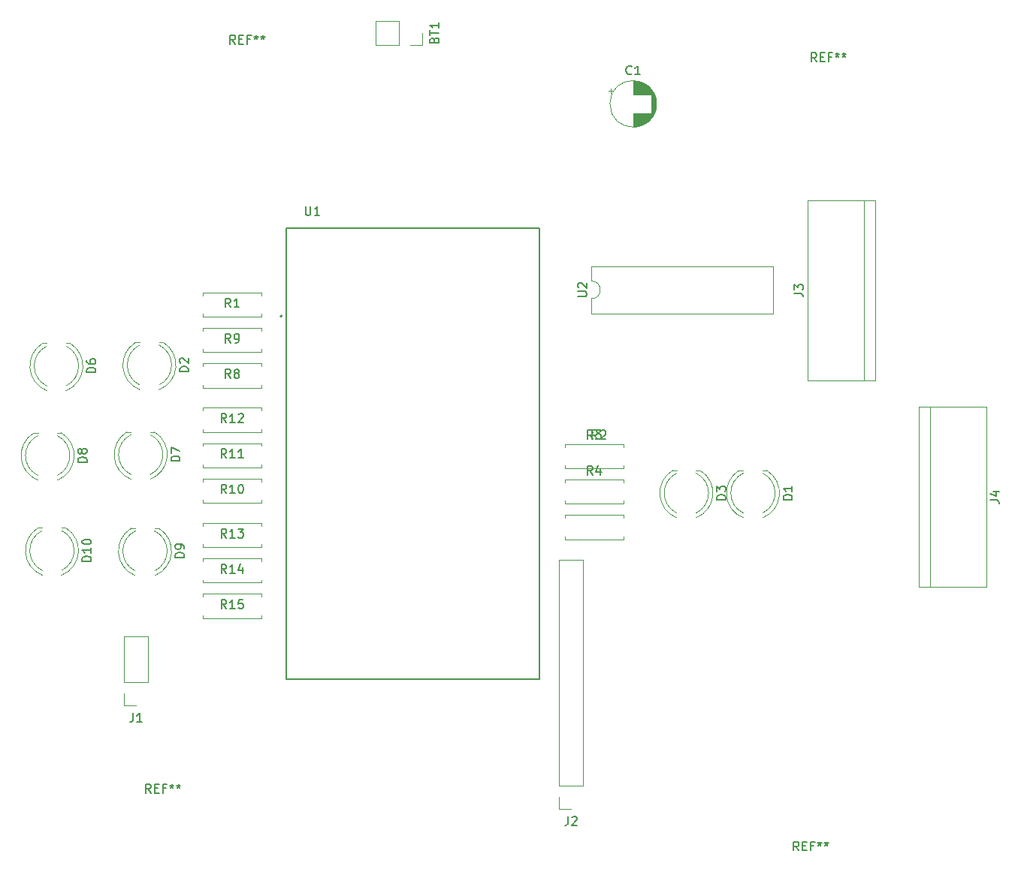
<source format=gbr>
%TF.GenerationSoftware,KiCad,Pcbnew,8.0.4*%
%TF.CreationDate,2024-09-12T05:22:36-05:00*%
%TF.ProjectId,Robt,526f6274-2e6b-4696-9361-645f70636258,rev?*%
%TF.SameCoordinates,Original*%
%TF.FileFunction,Legend,Top*%
%TF.FilePolarity,Positive*%
%FSLAX46Y46*%
G04 Gerber Fmt 4.6, Leading zero omitted, Abs format (unit mm)*
G04 Created by KiCad (PCBNEW 8.0.4) date 2024-09-12 05:22:36*
%MOMM*%
%LPD*%
G01*
G04 APERTURE LIST*
%ADD10C,0.150000*%
%ADD11C,0.120000*%
%ADD12C,0.127000*%
%ADD13C,0.200000*%
G04 APERTURE END LIST*
D10*
X130666666Y-125754819D02*
X130333333Y-125278628D01*
X130095238Y-125754819D02*
X130095238Y-124754819D01*
X130095238Y-124754819D02*
X130476190Y-124754819D01*
X130476190Y-124754819D02*
X130571428Y-124802438D01*
X130571428Y-124802438D02*
X130619047Y-124850057D01*
X130619047Y-124850057D02*
X130666666Y-124945295D01*
X130666666Y-124945295D02*
X130666666Y-125088152D01*
X130666666Y-125088152D02*
X130619047Y-125183390D01*
X130619047Y-125183390D02*
X130571428Y-125231009D01*
X130571428Y-125231009D02*
X130476190Y-125278628D01*
X130476190Y-125278628D02*
X130095238Y-125278628D01*
X131095238Y-125231009D02*
X131428571Y-125231009D01*
X131571428Y-125754819D02*
X131095238Y-125754819D01*
X131095238Y-125754819D02*
X131095238Y-124754819D01*
X131095238Y-124754819D02*
X131571428Y-124754819D01*
X132333333Y-125231009D02*
X132000000Y-125231009D01*
X132000000Y-125754819D02*
X132000000Y-124754819D01*
X132000000Y-124754819D02*
X132476190Y-124754819D01*
X133000000Y-124754819D02*
X133000000Y-124992914D01*
X132761905Y-124897676D02*
X133000000Y-124992914D01*
X133000000Y-124992914D02*
X133238095Y-124897676D01*
X132857143Y-125183390D02*
X133000000Y-124992914D01*
X133000000Y-124992914D02*
X133142857Y-125183390D01*
X133761905Y-124754819D02*
X133761905Y-124992914D01*
X133523810Y-124897676D02*
X133761905Y-124992914D01*
X133761905Y-124992914D02*
X134000000Y-124897676D01*
X133619048Y-125183390D02*
X133761905Y-124992914D01*
X133761905Y-124992914D02*
X133904762Y-125183390D01*
X205666666Y-43254819D02*
X205333333Y-42778628D01*
X205095238Y-43254819D02*
X205095238Y-42254819D01*
X205095238Y-42254819D02*
X205476190Y-42254819D01*
X205476190Y-42254819D02*
X205571428Y-42302438D01*
X205571428Y-42302438D02*
X205619047Y-42350057D01*
X205619047Y-42350057D02*
X205666666Y-42445295D01*
X205666666Y-42445295D02*
X205666666Y-42588152D01*
X205666666Y-42588152D02*
X205619047Y-42683390D01*
X205619047Y-42683390D02*
X205571428Y-42731009D01*
X205571428Y-42731009D02*
X205476190Y-42778628D01*
X205476190Y-42778628D02*
X205095238Y-42778628D01*
X206095238Y-42731009D02*
X206428571Y-42731009D01*
X206571428Y-43254819D02*
X206095238Y-43254819D01*
X206095238Y-43254819D02*
X206095238Y-42254819D01*
X206095238Y-42254819D02*
X206571428Y-42254819D01*
X207333333Y-42731009D02*
X207000000Y-42731009D01*
X207000000Y-43254819D02*
X207000000Y-42254819D01*
X207000000Y-42254819D02*
X207476190Y-42254819D01*
X208000000Y-42254819D02*
X208000000Y-42492914D01*
X207761905Y-42397676D02*
X208000000Y-42492914D01*
X208000000Y-42492914D02*
X208238095Y-42397676D01*
X207857143Y-42683390D02*
X208000000Y-42492914D01*
X208000000Y-42492914D02*
X208142857Y-42683390D01*
X208761905Y-42254819D02*
X208761905Y-42492914D01*
X208523810Y-42397676D02*
X208761905Y-42492914D01*
X208761905Y-42492914D02*
X209000000Y-42397676D01*
X208619048Y-42683390D02*
X208761905Y-42492914D01*
X208761905Y-42492914D02*
X208904762Y-42683390D01*
X203666666Y-132254819D02*
X203333333Y-131778628D01*
X203095238Y-132254819D02*
X203095238Y-131254819D01*
X203095238Y-131254819D02*
X203476190Y-131254819D01*
X203476190Y-131254819D02*
X203571428Y-131302438D01*
X203571428Y-131302438D02*
X203619047Y-131350057D01*
X203619047Y-131350057D02*
X203666666Y-131445295D01*
X203666666Y-131445295D02*
X203666666Y-131588152D01*
X203666666Y-131588152D02*
X203619047Y-131683390D01*
X203619047Y-131683390D02*
X203571428Y-131731009D01*
X203571428Y-131731009D02*
X203476190Y-131778628D01*
X203476190Y-131778628D02*
X203095238Y-131778628D01*
X204095238Y-131731009D02*
X204428571Y-131731009D01*
X204571428Y-132254819D02*
X204095238Y-132254819D01*
X204095238Y-132254819D02*
X204095238Y-131254819D01*
X204095238Y-131254819D02*
X204571428Y-131254819D01*
X205333333Y-131731009D02*
X205000000Y-131731009D01*
X205000000Y-132254819D02*
X205000000Y-131254819D01*
X205000000Y-131254819D02*
X205476190Y-131254819D01*
X206000000Y-131254819D02*
X206000000Y-131492914D01*
X205761905Y-131397676D02*
X206000000Y-131492914D01*
X206000000Y-131492914D02*
X206238095Y-131397676D01*
X205857143Y-131683390D02*
X206000000Y-131492914D01*
X206000000Y-131492914D02*
X206142857Y-131683390D01*
X206761905Y-131254819D02*
X206761905Y-131492914D01*
X206523810Y-131397676D02*
X206761905Y-131492914D01*
X206761905Y-131492914D02*
X207000000Y-131397676D01*
X206619048Y-131683390D02*
X206761905Y-131492914D01*
X206761905Y-131492914D02*
X206904762Y-131683390D01*
X140166666Y-41254819D02*
X139833333Y-40778628D01*
X139595238Y-41254819D02*
X139595238Y-40254819D01*
X139595238Y-40254819D02*
X139976190Y-40254819D01*
X139976190Y-40254819D02*
X140071428Y-40302438D01*
X140071428Y-40302438D02*
X140119047Y-40350057D01*
X140119047Y-40350057D02*
X140166666Y-40445295D01*
X140166666Y-40445295D02*
X140166666Y-40588152D01*
X140166666Y-40588152D02*
X140119047Y-40683390D01*
X140119047Y-40683390D02*
X140071428Y-40731009D01*
X140071428Y-40731009D02*
X139976190Y-40778628D01*
X139976190Y-40778628D02*
X139595238Y-40778628D01*
X140595238Y-40731009D02*
X140928571Y-40731009D01*
X141071428Y-41254819D02*
X140595238Y-41254819D01*
X140595238Y-41254819D02*
X140595238Y-40254819D01*
X140595238Y-40254819D02*
X141071428Y-40254819D01*
X141833333Y-40731009D02*
X141500000Y-40731009D01*
X141500000Y-41254819D02*
X141500000Y-40254819D01*
X141500000Y-40254819D02*
X141976190Y-40254819D01*
X142500000Y-40254819D02*
X142500000Y-40492914D01*
X142261905Y-40397676D02*
X142500000Y-40492914D01*
X142500000Y-40492914D02*
X142738095Y-40397676D01*
X142357143Y-40683390D02*
X142500000Y-40492914D01*
X142500000Y-40492914D02*
X142642857Y-40683390D01*
X143261905Y-40254819D02*
X143261905Y-40492914D01*
X143023810Y-40397676D02*
X143261905Y-40492914D01*
X143261905Y-40492914D02*
X143500000Y-40397676D01*
X143119048Y-40683390D02*
X143261905Y-40492914D01*
X143261905Y-40492914D02*
X143404762Y-40683390D01*
X184833333Y-44609580D02*
X184785714Y-44657200D01*
X184785714Y-44657200D02*
X184642857Y-44704819D01*
X184642857Y-44704819D02*
X184547619Y-44704819D01*
X184547619Y-44704819D02*
X184404762Y-44657200D01*
X184404762Y-44657200D02*
X184309524Y-44561961D01*
X184309524Y-44561961D02*
X184261905Y-44466723D01*
X184261905Y-44466723D02*
X184214286Y-44276247D01*
X184214286Y-44276247D02*
X184214286Y-44133390D01*
X184214286Y-44133390D02*
X184261905Y-43942914D01*
X184261905Y-43942914D02*
X184309524Y-43847676D01*
X184309524Y-43847676D02*
X184404762Y-43752438D01*
X184404762Y-43752438D02*
X184547619Y-43704819D01*
X184547619Y-43704819D02*
X184642857Y-43704819D01*
X184642857Y-43704819D02*
X184785714Y-43752438D01*
X184785714Y-43752438D02*
X184833333Y-43800057D01*
X185785714Y-44704819D02*
X185214286Y-44704819D01*
X185500000Y-44704819D02*
X185500000Y-43704819D01*
X185500000Y-43704819D02*
X185404762Y-43847676D01*
X185404762Y-43847676D02*
X185309524Y-43942914D01*
X185309524Y-43942914D02*
X185214286Y-43990533D01*
X178749819Y-69751904D02*
X179559342Y-69751904D01*
X179559342Y-69751904D02*
X179654580Y-69704285D01*
X179654580Y-69704285D02*
X179702200Y-69656666D01*
X179702200Y-69656666D02*
X179749819Y-69561428D01*
X179749819Y-69561428D02*
X179749819Y-69370952D01*
X179749819Y-69370952D02*
X179702200Y-69275714D01*
X179702200Y-69275714D02*
X179654580Y-69228095D01*
X179654580Y-69228095D02*
X179559342Y-69180476D01*
X179559342Y-69180476D02*
X178749819Y-69180476D01*
X178845057Y-68751904D02*
X178797438Y-68704285D01*
X178797438Y-68704285D02*
X178749819Y-68609047D01*
X178749819Y-68609047D02*
X178749819Y-68370952D01*
X178749819Y-68370952D02*
X178797438Y-68275714D01*
X178797438Y-68275714D02*
X178845057Y-68228095D01*
X178845057Y-68228095D02*
X178940295Y-68180476D01*
X178940295Y-68180476D02*
X179035533Y-68180476D01*
X179035533Y-68180476D02*
X179178390Y-68228095D01*
X179178390Y-68228095D02*
X179749819Y-68799523D01*
X179749819Y-68799523D02*
X179749819Y-68180476D01*
X139167142Y-104954819D02*
X138833809Y-104478628D01*
X138595714Y-104954819D02*
X138595714Y-103954819D01*
X138595714Y-103954819D02*
X138976666Y-103954819D01*
X138976666Y-103954819D02*
X139071904Y-104002438D01*
X139071904Y-104002438D02*
X139119523Y-104050057D01*
X139119523Y-104050057D02*
X139167142Y-104145295D01*
X139167142Y-104145295D02*
X139167142Y-104288152D01*
X139167142Y-104288152D02*
X139119523Y-104383390D01*
X139119523Y-104383390D02*
X139071904Y-104431009D01*
X139071904Y-104431009D02*
X138976666Y-104478628D01*
X138976666Y-104478628D02*
X138595714Y-104478628D01*
X140119523Y-104954819D02*
X139548095Y-104954819D01*
X139833809Y-104954819D02*
X139833809Y-103954819D01*
X139833809Y-103954819D02*
X139738571Y-104097676D01*
X139738571Y-104097676D02*
X139643333Y-104192914D01*
X139643333Y-104192914D02*
X139548095Y-104240533D01*
X141024285Y-103954819D02*
X140548095Y-103954819D01*
X140548095Y-103954819D02*
X140500476Y-104431009D01*
X140500476Y-104431009D02*
X140548095Y-104383390D01*
X140548095Y-104383390D02*
X140643333Y-104335771D01*
X140643333Y-104335771D02*
X140881428Y-104335771D01*
X140881428Y-104335771D02*
X140976666Y-104383390D01*
X140976666Y-104383390D02*
X141024285Y-104431009D01*
X141024285Y-104431009D02*
X141071904Y-104526247D01*
X141071904Y-104526247D02*
X141071904Y-104764342D01*
X141071904Y-104764342D02*
X141024285Y-104859580D01*
X141024285Y-104859580D02*
X140976666Y-104907200D01*
X140976666Y-104907200D02*
X140881428Y-104954819D01*
X140881428Y-104954819D02*
X140643333Y-104954819D01*
X140643333Y-104954819D02*
X140548095Y-104907200D01*
X140548095Y-104907200D02*
X140500476Y-104859580D01*
X139167142Y-100954819D02*
X138833809Y-100478628D01*
X138595714Y-100954819D02*
X138595714Y-99954819D01*
X138595714Y-99954819D02*
X138976666Y-99954819D01*
X138976666Y-99954819D02*
X139071904Y-100002438D01*
X139071904Y-100002438D02*
X139119523Y-100050057D01*
X139119523Y-100050057D02*
X139167142Y-100145295D01*
X139167142Y-100145295D02*
X139167142Y-100288152D01*
X139167142Y-100288152D02*
X139119523Y-100383390D01*
X139119523Y-100383390D02*
X139071904Y-100431009D01*
X139071904Y-100431009D02*
X138976666Y-100478628D01*
X138976666Y-100478628D02*
X138595714Y-100478628D01*
X140119523Y-100954819D02*
X139548095Y-100954819D01*
X139833809Y-100954819D02*
X139833809Y-99954819D01*
X139833809Y-99954819D02*
X139738571Y-100097676D01*
X139738571Y-100097676D02*
X139643333Y-100192914D01*
X139643333Y-100192914D02*
X139548095Y-100240533D01*
X140976666Y-100288152D02*
X140976666Y-100954819D01*
X140738571Y-99907200D02*
X140500476Y-100621485D01*
X140500476Y-100621485D02*
X141119523Y-100621485D01*
X139167142Y-96954819D02*
X138833809Y-96478628D01*
X138595714Y-96954819D02*
X138595714Y-95954819D01*
X138595714Y-95954819D02*
X138976666Y-95954819D01*
X138976666Y-95954819D02*
X139071904Y-96002438D01*
X139071904Y-96002438D02*
X139119523Y-96050057D01*
X139119523Y-96050057D02*
X139167142Y-96145295D01*
X139167142Y-96145295D02*
X139167142Y-96288152D01*
X139167142Y-96288152D02*
X139119523Y-96383390D01*
X139119523Y-96383390D02*
X139071904Y-96431009D01*
X139071904Y-96431009D02*
X138976666Y-96478628D01*
X138976666Y-96478628D02*
X138595714Y-96478628D01*
X140119523Y-96954819D02*
X139548095Y-96954819D01*
X139833809Y-96954819D02*
X139833809Y-95954819D01*
X139833809Y-95954819D02*
X139738571Y-96097676D01*
X139738571Y-96097676D02*
X139643333Y-96192914D01*
X139643333Y-96192914D02*
X139548095Y-96240533D01*
X140452857Y-95954819D02*
X141071904Y-95954819D01*
X141071904Y-95954819D02*
X140738571Y-96335771D01*
X140738571Y-96335771D02*
X140881428Y-96335771D01*
X140881428Y-96335771D02*
X140976666Y-96383390D01*
X140976666Y-96383390D02*
X141024285Y-96431009D01*
X141024285Y-96431009D02*
X141071904Y-96526247D01*
X141071904Y-96526247D02*
X141071904Y-96764342D01*
X141071904Y-96764342D02*
X141024285Y-96859580D01*
X141024285Y-96859580D02*
X140976666Y-96907200D01*
X140976666Y-96907200D02*
X140881428Y-96954819D01*
X140881428Y-96954819D02*
X140595714Y-96954819D01*
X140595714Y-96954819D02*
X140500476Y-96907200D01*
X140500476Y-96907200D02*
X140452857Y-96859580D01*
X139167142Y-83954819D02*
X138833809Y-83478628D01*
X138595714Y-83954819D02*
X138595714Y-82954819D01*
X138595714Y-82954819D02*
X138976666Y-82954819D01*
X138976666Y-82954819D02*
X139071904Y-83002438D01*
X139071904Y-83002438D02*
X139119523Y-83050057D01*
X139119523Y-83050057D02*
X139167142Y-83145295D01*
X139167142Y-83145295D02*
X139167142Y-83288152D01*
X139167142Y-83288152D02*
X139119523Y-83383390D01*
X139119523Y-83383390D02*
X139071904Y-83431009D01*
X139071904Y-83431009D02*
X138976666Y-83478628D01*
X138976666Y-83478628D02*
X138595714Y-83478628D01*
X140119523Y-83954819D02*
X139548095Y-83954819D01*
X139833809Y-83954819D02*
X139833809Y-82954819D01*
X139833809Y-82954819D02*
X139738571Y-83097676D01*
X139738571Y-83097676D02*
X139643333Y-83192914D01*
X139643333Y-83192914D02*
X139548095Y-83240533D01*
X140500476Y-83050057D02*
X140548095Y-83002438D01*
X140548095Y-83002438D02*
X140643333Y-82954819D01*
X140643333Y-82954819D02*
X140881428Y-82954819D01*
X140881428Y-82954819D02*
X140976666Y-83002438D01*
X140976666Y-83002438D02*
X141024285Y-83050057D01*
X141024285Y-83050057D02*
X141071904Y-83145295D01*
X141071904Y-83145295D02*
X141071904Y-83240533D01*
X141071904Y-83240533D02*
X141024285Y-83383390D01*
X141024285Y-83383390D02*
X140452857Y-83954819D01*
X140452857Y-83954819D02*
X141071904Y-83954819D01*
X139167142Y-87954819D02*
X138833809Y-87478628D01*
X138595714Y-87954819D02*
X138595714Y-86954819D01*
X138595714Y-86954819D02*
X138976666Y-86954819D01*
X138976666Y-86954819D02*
X139071904Y-87002438D01*
X139071904Y-87002438D02*
X139119523Y-87050057D01*
X139119523Y-87050057D02*
X139167142Y-87145295D01*
X139167142Y-87145295D02*
X139167142Y-87288152D01*
X139167142Y-87288152D02*
X139119523Y-87383390D01*
X139119523Y-87383390D02*
X139071904Y-87431009D01*
X139071904Y-87431009D02*
X138976666Y-87478628D01*
X138976666Y-87478628D02*
X138595714Y-87478628D01*
X140119523Y-87954819D02*
X139548095Y-87954819D01*
X139833809Y-87954819D02*
X139833809Y-86954819D01*
X139833809Y-86954819D02*
X139738571Y-87097676D01*
X139738571Y-87097676D02*
X139643333Y-87192914D01*
X139643333Y-87192914D02*
X139548095Y-87240533D01*
X141071904Y-87954819D02*
X140500476Y-87954819D01*
X140786190Y-87954819D02*
X140786190Y-86954819D01*
X140786190Y-86954819D02*
X140690952Y-87097676D01*
X140690952Y-87097676D02*
X140595714Y-87192914D01*
X140595714Y-87192914D02*
X140500476Y-87240533D01*
X139167142Y-91954819D02*
X138833809Y-91478628D01*
X138595714Y-91954819D02*
X138595714Y-90954819D01*
X138595714Y-90954819D02*
X138976666Y-90954819D01*
X138976666Y-90954819D02*
X139071904Y-91002438D01*
X139071904Y-91002438D02*
X139119523Y-91050057D01*
X139119523Y-91050057D02*
X139167142Y-91145295D01*
X139167142Y-91145295D02*
X139167142Y-91288152D01*
X139167142Y-91288152D02*
X139119523Y-91383390D01*
X139119523Y-91383390D02*
X139071904Y-91431009D01*
X139071904Y-91431009D02*
X138976666Y-91478628D01*
X138976666Y-91478628D02*
X138595714Y-91478628D01*
X140119523Y-91954819D02*
X139548095Y-91954819D01*
X139833809Y-91954819D02*
X139833809Y-90954819D01*
X139833809Y-90954819D02*
X139738571Y-91097676D01*
X139738571Y-91097676D02*
X139643333Y-91192914D01*
X139643333Y-91192914D02*
X139548095Y-91240533D01*
X140738571Y-90954819D02*
X140833809Y-90954819D01*
X140833809Y-90954819D02*
X140929047Y-91002438D01*
X140929047Y-91002438D02*
X140976666Y-91050057D01*
X140976666Y-91050057D02*
X141024285Y-91145295D01*
X141024285Y-91145295D02*
X141071904Y-91335771D01*
X141071904Y-91335771D02*
X141071904Y-91573866D01*
X141071904Y-91573866D02*
X141024285Y-91764342D01*
X141024285Y-91764342D02*
X140976666Y-91859580D01*
X140976666Y-91859580D02*
X140929047Y-91907200D01*
X140929047Y-91907200D02*
X140833809Y-91954819D01*
X140833809Y-91954819D02*
X140738571Y-91954819D01*
X140738571Y-91954819D02*
X140643333Y-91907200D01*
X140643333Y-91907200D02*
X140595714Y-91859580D01*
X140595714Y-91859580D02*
X140548095Y-91764342D01*
X140548095Y-91764342D02*
X140500476Y-91573866D01*
X140500476Y-91573866D02*
X140500476Y-91335771D01*
X140500476Y-91335771D02*
X140548095Y-91145295D01*
X140548095Y-91145295D02*
X140595714Y-91050057D01*
X140595714Y-91050057D02*
X140643333Y-91002438D01*
X140643333Y-91002438D02*
X140738571Y-90954819D01*
X139643333Y-74954819D02*
X139310000Y-74478628D01*
X139071905Y-74954819D02*
X139071905Y-73954819D01*
X139071905Y-73954819D02*
X139452857Y-73954819D01*
X139452857Y-73954819D02*
X139548095Y-74002438D01*
X139548095Y-74002438D02*
X139595714Y-74050057D01*
X139595714Y-74050057D02*
X139643333Y-74145295D01*
X139643333Y-74145295D02*
X139643333Y-74288152D01*
X139643333Y-74288152D02*
X139595714Y-74383390D01*
X139595714Y-74383390D02*
X139548095Y-74431009D01*
X139548095Y-74431009D02*
X139452857Y-74478628D01*
X139452857Y-74478628D02*
X139071905Y-74478628D01*
X140119524Y-74954819D02*
X140310000Y-74954819D01*
X140310000Y-74954819D02*
X140405238Y-74907200D01*
X140405238Y-74907200D02*
X140452857Y-74859580D01*
X140452857Y-74859580D02*
X140548095Y-74716723D01*
X140548095Y-74716723D02*
X140595714Y-74526247D01*
X140595714Y-74526247D02*
X140595714Y-74145295D01*
X140595714Y-74145295D02*
X140548095Y-74050057D01*
X140548095Y-74050057D02*
X140500476Y-74002438D01*
X140500476Y-74002438D02*
X140405238Y-73954819D01*
X140405238Y-73954819D02*
X140214762Y-73954819D01*
X140214762Y-73954819D02*
X140119524Y-74002438D01*
X140119524Y-74002438D02*
X140071905Y-74050057D01*
X140071905Y-74050057D02*
X140024286Y-74145295D01*
X140024286Y-74145295D02*
X140024286Y-74383390D01*
X140024286Y-74383390D02*
X140071905Y-74478628D01*
X140071905Y-74478628D02*
X140119524Y-74526247D01*
X140119524Y-74526247D02*
X140214762Y-74573866D01*
X140214762Y-74573866D02*
X140405238Y-74573866D01*
X140405238Y-74573866D02*
X140500476Y-74526247D01*
X140500476Y-74526247D02*
X140548095Y-74478628D01*
X140548095Y-74478628D02*
X140595714Y-74383390D01*
X139643333Y-78954819D02*
X139310000Y-78478628D01*
X139071905Y-78954819D02*
X139071905Y-77954819D01*
X139071905Y-77954819D02*
X139452857Y-77954819D01*
X139452857Y-77954819D02*
X139548095Y-78002438D01*
X139548095Y-78002438D02*
X139595714Y-78050057D01*
X139595714Y-78050057D02*
X139643333Y-78145295D01*
X139643333Y-78145295D02*
X139643333Y-78288152D01*
X139643333Y-78288152D02*
X139595714Y-78383390D01*
X139595714Y-78383390D02*
X139548095Y-78431009D01*
X139548095Y-78431009D02*
X139452857Y-78478628D01*
X139452857Y-78478628D02*
X139071905Y-78478628D01*
X140214762Y-78383390D02*
X140119524Y-78335771D01*
X140119524Y-78335771D02*
X140071905Y-78288152D01*
X140071905Y-78288152D02*
X140024286Y-78192914D01*
X140024286Y-78192914D02*
X140024286Y-78145295D01*
X140024286Y-78145295D02*
X140071905Y-78050057D01*
X140071905Y-78050057D02*
X140119524Y-78002438D01*
X140119524Y-78002438D02*
X140214762Y-77954819D01*
X140214762Y-77954819D02*
X140405238Y-77954819D01*
X140405238Y-77954819D02*
X140500476Y-78002438D01*
X140500476Y-78002438D02*
X140548095Y-78050057D01*
X140548095Y-78050057D02*
X140595714Y-78145295D01*
X140595714Y-78145295D02*
X140595714Y-78192914D01*
X140595714Y-78192914D02*
X140548095Y-78288152D01*
X140548095Y-78288152D02*
X140500476Y-78335771D01*
X140500476Y-78335771D02*
X140405238Y-78383390D01*
X140405238Y-78383390D02*
X140214762Y-78383390D01*
X140214762Y-78383390D02*
X140119524Y-78431009D01*
X140119524Y-78431009D02*
X140071905Y-78478628D01*
X140071905Y-78478628D02*
X140024286Y-78573866D01*
X140024286Y-78573866D02*
X140024286Y-78764342D01*
X140024286Y-78764342D02*
X140071905Y-78859580D01*
X140071905Y-78859580D02*
X140119524Y-78907200D01*
X140119524Y-78907200D02*
X140214762Y-78954819D01*
X140214762Y-78954819D02*
X140405238Y-78954819D01*
X140405238Y-78954819D02*
X140500476Y-78907200D01*
X140500476Y-78907200D02*
X140548095Y-78859580D01*
X140548095Y-78859580D02*
X140595714Y-78764342D01*
X140595714Y-78764342D02*
X140595714Y-78573866D01*
X140595714Y-78573866D02*
X140548095Y-78478628D01*
X140548095Y-78478628D02*
X140500476Y-78431009D01*
X140500476Y-78431009D02*
X140405238Y-78383390D01*
X180443333Y-89844819D02*
X180110000Y-89368628D01*
X179871905Y-89844819D02*
X179871905Y-88844819D01*
X179871905Y-88844819D02*
X180252857Y-88844819D01*
X180252857Y-88844819D02*
X180348095Y-88892438D01*
X180348095Y-88892438D02*
X180395714Y-88940057D01*
X180395714Y-88940057D02*
X180443333Y-89035295D01*
X180443333Y-89035295D02*
X180443333Y-89178152D01*
X180443333Y-89178152D02*
X180395714Y-89273390D01*
X180395714Y-89273390D02*
X180348095Y-89321009D01*
X180348095Y-89321009D02*
X180252857Y-89368628D01*
X180252857Y-89368628D02*
X179871905Y-89368628D01*
X181300476Y-89178152D02*
X181300476Y-89844819D01*
X181062381Y-88797200D02*
X180824286Y-89511485D01*
X180824286Y-89511485D02*
X181443333Y-89511485D01*
X180443333Y-85844819D02*
X180110000Y-85368628D01*
X179871905Y-85844819D02*
X179871905Y-84844819D01*
X179871905Y-84844819D02*
X180252857Y-84844819D01*
X180252857Y-84844819D02*
X180348095Y-84892438D01*
X180348095Y-84892438D02*
X180395714Y-84940057D01*
X180395714Y-84940057D02*
X180443333Y-85035295D01*
X180443333Y-85035295D02*
X180443333Y-85178152D01*
X180443333Y-85178152D02*
X180395714Y-85273390D01*
X180395714Y-85273390D02*
X180348095Y-85321009D01*
X180348095Y-85321009D02*
X180252857Y-85368628D01*
X180252857Y-85368628D02*
X179871905Y-85368628D01*
X180776667Y-84844819D02*
X181395714Y-84844819D01*
X181395714Y-84844819D02*
X181062381Y-85225771D01*
X181062381Y-85225771D02*
X181205238Y-85225771D01*
X181205238Y-85225771D02*
X181300476Y-85273390D01*
X181300476Y-85273390D02*
X181348095Y-85321009D01*
X181348095Y-85321009D02*
X181395714Y-85416247D01*
X181395714Y-85416247D02*
X181395714Y-85654342D01*
X181395714Y-85654342D02*
X181348095Y-85749580D01*
X181348095Y-85749580D02*
X181300476Y-85797200D01*
X181300476Y-85797200D02*
X181205238Y-85844819D01*
X181205238Y-85844819D02*
X180919524Y-85844819D01*
X180919524Y-85844819D02*
X180824286Y-85797200D01*
X180824286Y-85797200D02*
X180776667Y-85749580D01*
X180943333Y-85844819D02*
X180610000Y-85368628D01*
X180371905Y-85844819D02*
X180371905Y-84844819D01*
X180371905Y-84844819D02*
X180752857Y-84844819D01*
X180752857Y-84844819D02*
X180848095Y-84892438D01*
X180848095Y-84892438D02*
X180895714Y-84940057D01*
X180895714Y-84940057D02*
X180943333Y-85035295D01*
X180943333Y-85035295D02*
X180943333Y-85178152D01*
X180943333Y-85178152D02*
X180895714Y-85273390D01*
X180895714Y-85273390D02*
X180848095Y-85321009D01*
X180848095Y-85321009D02*
X180752857Y-85368628D01*
X180752857Y-85368628D02*
X180371905Y-85368628D01*
X181324286Y-84940057D02*
X181371905Y-84892438D01*
X181371905Y-84892438D02*
X181467143Y-84844819D01*
X181467143Y-84844819D02*
X181705238Y-84844819D01*
X181705238Y-84844819D02*
X181800476Y-84892438D01*
X181800476Y-84892438D02*
X181848095Y-84940057D01*
X181848095Y-84940057D02*
X181895714Y-85035295D01*
X181895714Y-85035295D02*
X181895714Y-85130533D01*
X181895714Y-85130533D02*
X181848095Y-85273390D01*
X181848095Y-85273390D02*
X181276667Y-85844819D01*
X181276667Y-85844819D02*
X181895714Y-85844819D01*
X139643333Y-70954819D02*
X139310000Y-70478628D01*
X139071905Y-70954819D02*
X139071905Y-69954819D01*
X139071905Y-69954819D02*
X139452857Y-69954819D01*
X139452857Y-69954819D02*
X139548095Y-70002438D01*
X139548095Y-70002438D02*
X139595714Y-70050057D01*
X139595714Y-70050057D02*
X139643333Y-70145295D01*
X139643333Y-70145295D02*
X139643333Y-70288152D01*
X139643333Y-70288152D02*
X139595714Y-70383390D01*
X139595714Y-70383390D02*
X139548095Y-70431009D01*
X139548095Y-70431009D02*
X139452857Y-70478628D01*
X139452857Y-70478628D02*
X139071905Y-70478628D01*
X140595714Y-70954819D02*
X140024286Y-70954819D01*
X140310000Y-70954819D02*
X140310000Y-69954819D01*
X140310000Y-69954819D02*
X140214762Y-70097676D01*
X140214762Y-70097676D02*
X140119524Y-70192914D01*
X140119524Y-70192914D02*
X140024286Y-70240533D01*
X225254819Y-92693333D02*
X225969104Y-92693333D01*
X225969104Y-92693333D02*
X226111961Y-92740952D01*
X226111961Y-92740952D02*
X226207200Y-92836190D01*
X226207200Y-92836190D02*
X226254819Y-92979047D01*
X226254819Y-92979047D02*
X226254819Y-93074285D01*
X225588152Y-91788571D02*
X226254819Y-91788571D01*
X225207200Y-92026666D02*
X225921485Y-92264761D01*
X225921485Y-92264761D02*
X225921485Y-91645714D01*
X203154819Y-69393333D02*
X203869104Y-69393333D01*
X203869104Y-69393333D02*
X204011961Y-69440952D01*
X204011961Y-69440952D02*
X204107200Y-69536190D01*
X204107200Y-69536190D02*
X204154819Y-69679047D01*
X204154819Y-69679047D02*
X204154819Y-69774285D01*
X203154819Y-69012380D02*
X203154819Y-68393333D01*
X203154819Y-68393333D02*
X203535771Y-68726666D01*
X203535771Y-68726666D02*
X203535771Y-68583809D01*
X203535771Y-68583809D02*
X203583390Y-68488571D01*
X203583390Y-68488571D02*
X203631009Y-68440952D01*
X203631009Y-68440952D02*
X203726247Y-68393333D01*
X203726247Y-68393333D02*
X203964342Y-68393333D01*
X203964342Y-68393333D02*
X204059580Y-68440952D01*
X204059580Y-68440952D02*
X204107200Y-68488571D01*
X204107200Y-68488571D02*
X204154819Y-68583809D01*
X204154819Y-68583809D02*
X204154819Y-68869523D01*
X204154819Y-68869523D02*
X204107200Y-68964761D01*
X204107200Y-68964761D02*
X204059580Y-69012380D01*
X177666666Y-128424819D02*
X177666666Y-129139104D01*
X177666666Y-129139104D02*
X177619047Y-129281961D01*
X177619047Y-129281961D02*
X177523809Y-129377200D01*
X177523809Y-129377200D02*
X177380952Y-129424819D01*
X177380952Y-129424819D02*
X177285714Y-129424819D01*
X178095238Y-128520057D02*
X178142857Y-128472438D01*
X178142857Y-128472438D02*
X178238095Y-128424819D01*
X178238095Y-128424819D02*
X178476190Y-128424819D01*
X178476190Y-128424819D02*
X178571428Y-128472438D01*
X178571428Y-128472438D02*
X178619047Y-128520057D01*
X178619047Y-128520057D02*
X178666666Y-128615295D01*
X178666666Y-128615295D02*
X178666666Y-128710533D01*
X178666666Y-128710533D02*
X178619047Y-128853390D01*
X178619047Y-128853390D02*
X178047619Y-129424819D01*
X178047619Y-129424819D02*
X178666666Y-129424819D01*
X128641666Y-116749819D02*
X128641666Y-117464104D01*
X128641666Y-117464104D02*
X128594047Y-117606961D01*
X128594047Y-117606961D02*
X128498809Y-117702200D01*
X128498809Y-117702200D02*
X128355952Y-117749819D01*
X128355952Y-117749819D02*
X128260714Y-117749819D01*
X129641666Y-117749819D02*
X129070238Y-117749819D01*
X129355952Y-117749819D02*
X129355952Y-116749819D01*
X129355952Y-116749819D02*
X129260714Y-116892676D01*
X129260714Y-116892676D02*
X129165476Y-116987914D01*
X129165476Y-116987914D02*
X129070238Y-117035533D01*
X123914819Y-99611785D02*
X122914819Y-99611785D01*
X122914819Y-99611785D02*
X122914819Y-99373690D01*
X122914819Y-99373690D02*
X122962438Y-99230833D01*
X122962438Y-99230833D02*
X123057676Y-99135595D01*
X123057676Y-99135595D02*
X123152914Y-99087976D01*
X123152914Y-99087976D02*
X123343390Y-99040357D01*
X123343390Y-99040357D02*
X123486247Y-99040357D01*
X123486247Y-99040357D02*
X123676723Y-99087976D01*
X123676723Y-99087976D02*
X123771961Y-99135595D01*
X123771961Y-99135595D02*
X123867200Y-99230833D01*
X123867200Y-99230833D02*
X123914819Y-99373690D01*
X123914819Y-99373690D02*
X123914819Y-99611785D01*
X123914819Y-98087976D02*
X123914819Y-98659404D01*
X123914819Y-98373690D02*
X122914819Y-98373690D01*
X122914819Y-98373690D02*
X123057676Y-98468928D01*
X123057676Y-98468928D02*
X123152914Y-98564166D01*
X123152914Y-98564166D02*
X123200533Y-98659404D01*
X122914819Y-97468928D02*
X122914819Y-97373690D01*
X122914819Y-97373690D02*
X122962438Y-97278452D01*
X122962438Y-97278452D02*
X123010057Y-97230833D01*
X123010057Y-97230833D02*
X123105295Y-97183214D01*
X123105295Y-97183214D02*
X123295771Y-97135595D01*
X123295771Y-97135595D02*
X123533866Y-97135595D01*
X123533866Y-97135595D02*
X123724342Y-97183214D01*
X123724342Y-97183214D02*
X123819580Y-97230833D01*
X123819580Y-97230833D02*
X123867200Y-97278452D01*
X123867200Y-97278452D02*
X123914819Y-97373690D01*
X123914819Y-97373690D02*
X123914819Y-97468928D01*
X123914819Y-97468928D02*
X123867200Y-97564166D01*
X123867200Y-97564166D02*
X123819580Y-97611785D01*
X123819580Y-97611785D02*
X123724342Y-97659404D01*
X123724342Y-97659404D02*
X123533866Y-97707023D01*
X123533866Y-97707023D02*
X123295771Y-97707023D01*
X123295771Y-97707023D02*
X123105295Y-97659404D01*
X123105295Y-97659404D02*
X123010057Y-97611785D01*
X123010057Y-97611785D02*
X122962438Y-97564166D01*
X122962438Y-97564166D02*
X122914819Y-97468928D01*
X134399819Y-99187594D02*
X133399819Y-99187594D01*
X133399819Y-99187594D02*
X133399819Y-98949499D01*
X133399819Y-98949499D02*
X133447438Y-98806642D01*
X133447438Y-98806642D02*
X133542676Y-98711404D01*
X133542676Y-98711404D02*
X133637914Y-98663785D01*
X133637914Y-98663785D02*
X133828390Y-98616166D01*
X133828390Y-98616166D02*
X133971247Y-98616166D01*
X133971247Y-98616166D02*
X134161723Y-98663785D01*
X134161723Y-98663785D02*
X134256961Y-98711404D01*
X134256961Y-98711404D02*
X134352200Y-98806642D01*
X134352200Y-98806642D02*
X134399819Y-98949499D01*
X134399819Y-98949499D02*
X134399819Y-99187594D01*
X134399819Y-98139975D02*
X134399819Y-97949499D01*
X134399819Y-97949499D02*
X134352200Y-97854261D01*
X134352200Y-97854261D02*
X134304580Y-97806642D01*
X134304580Y-97806642D02*
X134161723Y-97711404D01*
X134161723Y-97711404D02*
X133971247Y-97663785D01*
X133971247Y-97663785D02*
X133590295Y-97663785D01*
X133590295Y-97663785D02*
X133495057Y-97711404D01*
X133495057Y-97711404D02*
X133447438Y-97759023D01*
X133447438Y-97759023D02*
X133399819Y-97854261D01*
X133399819Y-97854261D02*
X133399819Y-98044737D01*
X133399819Y-98044737D02*
X133447438Y-98139975D01*
X133447438Y-98139975D02*
X133495057Y-98187594D01*
X133495057Y-98187594D02*
X133590295Y-98235213D01*
X133590295Y-98235213D02*
X133828390Y-98235213D01*
X133828390Y-98235213D02*
X133923628Y-98187594D01*
X133923628Y-98187594D02*
X133971247Y-98139975D01*
X133971247Y-98139975D02*
X134018866Y-98044737D01*
X134018866Y-98044737D02*
X134018866Y-97854261D01*
X134018866Y-97854261D02*
X133971247Y-97759023D01*
X133971247Y-97759023D02*
X133923628Y-97711404D01*
X133923628Y-97711404D02*
X133828390Y-97663785D01*
X123429819Y-88424594D02*
X122429819Y-88424594D01*
X122429819Y-88424594D02*
X122429819Y-88186499D01*
X122429819Y-88186499D02*
X122477438Y-88043642D01*
X122477438Y-88043642D02*
X122572676Y-87948404D01*
X122572676Y-87948404D02*
X122667914Y-87900785D01*
X122667914Y-87900785D02*
X122858390Y-87853166D01*
X122858390Y-87853166D02*
X123001247Y-87853166D01*
X123001247Y-87853166D02*
X123191723Y-87900785D01*
X123191723Y-87900785D02*
X123286961Y-87948404D01*
X123286961Y-87948404D02*
X123382200Y-88043642D01*
X123382200Y-88043642D02*
X123429819Y-88186499D01*
X123429819Y-88186499D02*
X123429819Y-88424594D01*
X122858390Y-87281737D02*
X122810771Y-87376975D01*
X122810771Y-87376975D02*
X122763152Y-87424594D01*
X122763152Y-87424594D02*
X122667914Y-87472213D01*
X122667914Y-87472213D02*
X122620295Y-87472213D01*
X122620295Y-87472213D02*
X122525057Y-87424594D01*
X122525057Y-87424594D02*
X122477438Y-87376975D01*
X122477438Y-87376975D02*
X122429819Y-87281737D01*
X122429819Y-87281737D02*
X122429819Y-87091261D01*
X122429819Y-87091261D02*
X122477438Y-86996023D01*
X122477438Y-86996023D02*
X122525057Y-86948404D01*
X122525057Y-86948404D02*
X122620295Y-86900785D01*
X122620295Y-86900785D02*
X122667914Y-86900785D01*
X122667914Y-86900785D02*
X122763152Y-86948404D01*
X122763152Y-86948404D02*
X122810771Y-86996023D01*
X122810771Y-86996023D02*
X122858390Y-87091261D01*
X122858390Y-87091261D02*
X122858390Y-87281737D01*
X122858390Y-87281737D02*
X122906009Y-87376975D01*
X122906009Y-87376975D02*
X122953628Y-87424594D01*
X122953628Y-87424594D02*
X123048866Y-87472213D01*
X123048866Y-87472213D02*
X123239342Y-87472213D01*
X123239342Y-87472213D02*
X123334580Y-87424594D01*
X123334580Y-87424594D02*
X123382200Y-87376975D01*
X123382200Y-87376975D02*
X123429819Y-87281737D01*
X123429819Y-87281737D02*
X123429819Y-87091261D01*
X123429819Y-87091261D02*
X123382200Y-86996023D01*
X123382200Y-86996023D02*
X123334580Y-86948404D01*
X123334580Y-86948404D02*
X123239342Y-86900785D01*
X123239342Y-86900785D02*
X123048866Y-86900785D01*
X123048866Y-86900785D02*
X122953628Y-86948404D01*
X122953628Y-86948404D02*
X122906009Y-86996023D01*
X122906009Y-86996023D02*
X122858390Y-87091261D01*
X133914819Y-88317594D02*
X132914819Y-88317594D01*
X132914819Y-88317594D02*
X132914819Y-88079499D01*
X132914819Y-88079499D02*
X132962438Y-87936642D01*
X132962438Y-87936642D02*
X133057676Y-87841404D01*
X133057676Y-87841404D02*
X133152914Y-87793785D01*
X133152914Y-87793785D02*
X133343390Y-87746166D01*
X133343390Y-87746166D02*
X133486247Y-87746166D01*
X133486247Y-87746166D02*
X133676723Y-87793785D01*
X133676723Y-87793785D02*
X133771961Y-87841404D01*
X133771961Y-87841404D02*
X133867200Y-87936642D01*
X133867200Y-87936642D02*
X133914819Y-88079499D01*
X133914819Y-88079499D02*
X133914819Y-88317594D01*
X132914819Y-87412832D02*
X132914819Y-86746166D01*
X132914819Y-86746166D02*
X133914819Y-87174737D01*
X124414819Y-78317594D02*
X123414819Y-78317594D01*
X123414819Y-78317594D02*
X123414819Y-78079499D01*
X123414819Y-78079499D02*
X123462438Y-77936642D01*
X123462438Y-77936642D02*
X123557676Y-77841404D01*
X123557676Y-77841404D02*
X123652914Y-77793785D01*
X123652914Y-77793785D02*
X123843390Y-77746166D01*
X123843390Y-77746166D02*
X123986247Y-77746166D01*
X123986247Y-77746166D02*
X124176723Y-77793785D01*
X124176723Y-77793785D02*
X124271961Y-77841404D01*
X124271961Y-77841404D02*
X124367200Y-77936642D01*
X124367200Y-77936642D02*
X124414819Y-78079499D01*
X124414819Y-78079499D02*
X124414819Y-78317594D01*
X123414819Y-76889023D02*
X123414819Y-77079499D01*
X123414819Y-77079499D02*
X123462438Y-77174737D01*
X123462438Y-77174737D02*
X123510057Y-77222356D01*
X123510057Y-77222356D02*
X123652914Y-77317594D01*
X123652914Y-77317594D02*
X123843390Y-77365213D01*
X123843390Y-77365213D02*
X124224342Y-77365213D01*
X124224342Y-77365213D02*
X124319580Y-77317594D01*
X124319580Y-77317594D02*
X124367200Y-77269975D01*
X124367200Y-77269975D02*
X124414819Y-77174737D01*
X124414819Y-77174737D02*
X124414819Y-76984261D01*
X124414819Y-76984261D02*
X124367200Y-76889023D01*
X124367200Y-76889023D02*
X124319580Y-76841404D01*
X124319580Y-76841404D02*
X124224342Y-76793785D01*
X124224342Y-76793785D02*
X123986247Y-76793785D01*
X123986247Y-76793785D02*
X123891009Y-76841404D01*
X123891009Y-76841404D02*
X123843390Y-76889023D01*
X123843390Y-76889023D02*
X123795771Y-76984261D01*
X123795771Y-76984261D02*
X123795771Y-77174737D01*
X123795771Y-77174737D02*
X123843390Y-77269975D01*
X123843390Y-77269975D02*
X123891009Y-77317594D01*
X123891009Y-77317594D02*
X123986247Y-77365213D01*
X195414819Y-92658594D02*
X194414819Y-92658594D01*
X194414819Y-92658594D02*
X194414819Y-92420499D01*
X194414819Y-92420499D02*
X194462438Y-92277642D01*
X194462438Y-92277642D02*
X194557676Y-92182404D01*
X194557676Y-92182404D02*
X194652914Y-92134785D01*
X194652914Y-92134785D02*
X194843390Y-92087166D01*
X194843390Y-92087166D02*
X194986247Y-92087166D01*
X194986247Y-92087166D02*
X195176723Y-92134785D01*
X195176723Y-92134785D02*
X195271961Y-92182404D01*
X195271961Y-92182404D02*
X195367200Y-92277642D01*
X195367200Y-92277642D02*
X195414819Y-92420499D01*
X195414819Y-92420499D02*
X195414819Y-92658594D01*
X194414819Y-91753832D02*
X194414819Y-91134785D01*
X194414819Y-91134785D02*
X194795771Y-91468118D01*
X194795771Y-91468118D02*
X194795771Y-91325261D01*
X194795771Y-91325261D02*
X194843390Y-91230023D01*
X194843390Y-91230023D02*
X194891009Y-91182404D01*
X194891009Y-91182404D02*
X194986247Y-91134785D01*
X194986247Y-91134785D02*
X195224342Y-91134785D01*
X195224342Y-91134785D02*
X195319580Y-91182404D01*
X195319580Y-91182404D02*
X195367200Y-91230023D01*
X195367200Y-91230023D02*
X195414819Y-91325261D01*
X195414819Y-91325261D02*
X195414819Y-91610975D01*
X195414819Y-91610975D02*
X195367200Y-91706213D01*
X195367200Y-91706213D02*
X195319580Y-91753832D01*
X134899819Y-78210594D02*
X133899819Y-78210594D01*
X133899819Y-78210594D02*
X133899819Y-77972499D01*
X133899819Y-77972499D02*
X133947438Y-77829642D01*
X133947438Y-77829642D02*
X134042676Y-77734404D01*
X134042676Y-77734404D02*
X134137914Y-77686785D01*
X134137914Y-77686785D02*
X134328390Y-77639166D01*
X134328390Y-77639166D02*
X134471247Y-77639166D01*
X134471247Y-77639166D02*
X134661723Y-77686785D01*
X134661723Y-77686785D02*
X134756961Y-77734404D01*
X134756961Y-77734404D02*
X134852200Y-77829642D01*
X134852200Y-77829642D02*
X134899819Y-77972499D01*
X134899819Y-77972499D02*
X134899819Y-78210594D01*
X133995057Y-77258213D02*
X133947438Y-77210594D01*
X133947438Y-77210594D02*
X133899819Y-77115356D01*
X133899819Y-77115356D02*
X133899819Y-76877261D01*
X133899819Y-76877261D02*
X133947438Y-76782023D01*
X133947438Y-76782023D02*
X133995057Y-76734404D01*
X133995057Y-76734404D02*
X134090295Y-76686785D01*
X134090295Y-76686785D02*
X134185533Y-76686785D01*
X134185533Y-76686785D02*
X134328390Y-76734404D01*
X134328390Y-76734404D02*
X134899819Y-77305832D01*
X134899819Y-77305832D02*
X134899819Y-76686785D01*
X202914819Y-92658594D02*
X201914819Y-92658594D01*
X201914819Y-92658594D02*
X201914819Y-92420499D01*
X201914819Y-92420499D02*
X201962438Y-92277642D01*
X201962438Y-92277642D02*
X202057676Y-92182404D01*
X202057676Y-92182404D02*
X202152914Y-92134785D01*
X202152914Y-92134785D02*
X202343390Y-92087166D01*
X202343390Y-92087166D02*
X202486247Y-92087166D01*
X202486247Y-92087166D02*
X202676723Y-92134785D01*
X202676723Y-92134785D02*
X202771961Y-92182404D01*
X202771961Y-92182404D02*
X202867200Y-92277642D01*
X202867200Y-92277642D02*
X202914819Y-92420499D01*
X202914819Y-92420499D02*
X202914819Y-92658594D01*
X202914819Y-91134785D02*
X202914819Y-91706213D01*
X202914819Y-91420499D02*
X201914819Y-91420499D01*
X201914819Y-91420499D02*
X202057676Y-91515737D01*
X202057676Y-91515737D02*
X202152914Y-91610975D01*
X202152914Y-91610975D02*
X202200533Y-91706213D01*
X162576009Y-40810714D02*
X162623628Y-40667857D01*
X162623628Y-40667857D02*
X162671247Y-40620238D01*
X162671247Y-40620238D02*
X162766485Y-40572619D01*
X162766485Y-40572619D02*
X162909342Y-40572619D01*
X162909342Y-40572619D02*
X163004580Y-40620238D01*
X163004580Y-40620238D02*
X163052200Y-40667857D01*
X163052200Y-40667857D02*
X163099819Y-40763095D01*
X163099819Y-40763095D02*
X163099819Y-41144047D01*
X163099819Y-41144047D02*
X162099819Y-41144047D01*
X162099819Y-41144047D02*
X162099819Y-40810714D01*
X162099819Y-40810714D02*
X162147438Y-40715476D01*
X162147438Y-40715476D02*
X162195057Y-40667857D01*
X162195057Y-40667857D02*
X162290295Y-40620238D01*
X162290295Y-40620238D02*
X162385533Y-40620238D01*
X162385533Y-40620238D02*
X162480771Y-40667857D01*
X162480771Y-40667857D02*
X162528390Y-40715476D01*
X162528390Y-40715476D02*
X162576009Y-40810714D01*
X162576009Y-40810714D02*
X162576009Y-41144047D01*
X162099819Y-40286904D02*
X162099819Y-39715476D01*
X163099819Y-40001190D02*
X162099819Y-40001190D01*
X163099819Y-38858333D02*
X163099819Y-39429761D01*
X163099819Y-39144047D02*
X162099819Y-39144047D01*
X162099819Y-39144047D02*
X162242676Y-39239285D01*
X162242676Y-39239285D02*
X162337914Y-39334523D01*
X162337914Y-39334523D02*
X162385533Y-39429761D01*
X148083095Y-59569819D02*
X148083095Y-60379342D01*
X148083095Y-60379342D02*
X148130714Y-60474580D01*
X148130714Y-60474580D02*
X148178333Y-60522200D01*
X148178333Y-60522200D02*
X148273571Y-60569819D01*
X148273571Y-60569819D02*
X148464047Y-60569819D01*
X148464047Y-60569819D02*
X148559285Y-60522200D01*
X148559285Y-60522200D02*
X148606904Y-60474580D01*
X148606904Y-60474580D02*
X148654523Y-60379342D01*
X148654523Y-60379342D02*
X148654523Y-59569819D01*
X149654523Y-60569819D02*
X149083095Y-60569819D01*
X149368809Y-60569819D02*
X149368809Y-59569819D01*
X149368809Y-59569819D02*
X149273571Y-59712676D01*
X149273571Y-59712676D02*
X149178333Y-59807914D01*
X149178333Y-59807914D02*
X149083095Y-59855533D01*
D11*
%TO.C,C1*%
X182195225Y-46525000D02*
X182695225Y-46525000D01*
X182445225Y-46275000D02*
X182445225Y-46775000D01*
X185000000Y-45420000D02*
X185000000Y-46960000D01*
X185000000Y-49040000D02*
X185000000Y-50580000D01*
X185040000Y-45420000D02*
X185040000Y-46960000D01*
X185040000Y-49040000D02*
X185040000Y-50580000D01*
X185080000Y-45421000D02*
X185080000Y-46960000D01*
X185080000Y-49040000D02*
X185080000Y-50579000D01*
X185120000Y-45422000D02*
X185120000Y-46960000D01*
X185120000Y-49040000D02*
X185120000Y-50578000D01*
X185160000Y-45424000D02*
X185160000Y-46960000D01*
X185160000Y-49040000D02*
X185160000Y-50576000D01*
X185200000Y-45427000D02*
X185200000Y-46960000D01*
X185200000Y-49040000D02*
X185200000Y-50573000D01*
X185240000Y-45431000D02*
X185240000Y-46960000D01*
X185240000Y-49040000D02*
X185240000Y-50569000D01*
X185280000Y-45435000D02*
X185280000Y-46960000D01*
X185280000Y-49040000D02*
X185280000Y-50565000D01*
X185320000Y-45439000D02*
X185320000Y-46960000D01*
X185320000Y-49040000D02*
X185320000Y-50561000D01*
X185360000Y-45444000D02*
X185360000Y-46960000D01*
X185360000Y-49040000D02*
X185360000Y-50556000D01*
X185400000Y-45450000D02*
X185400000Y-46960000D01*
X185400000Y-49040000D02*
X185400000Y-50550000D01*
X185440000Y-45457000D02*
X185440000Y-46960000D01*
X185440000Y-49040000D02*
X185440000Y-50543000D01*
X185480000Y-45464000D02*
X185480000Y-46960000D01*
X185480000Y-49040000D02*
X185480000Y-50536000D01*
X185520000Y-45472000D02*
X185520000Y-46960000D01*
X185520000Y-49040000D02*
X185520000Y-50528000D01*
X185560000Y-45480000D02*
X185560000Y-46960000D01*
X185560000Y-49040000D02*
X185560000Y-50520000D01*
X185600000Y-45489000D02*
X185600000Y-46960000D01*
X185600000Y-49040000D02*
X185600000Y-50511000D01*
X185640000Y-45499000D02*
X185640000Y-46960000D01*
X185640000Y-49040000D02*
X185640000Y-50501000D01*
X185680000Y-45509000D02*
X185680000Y-46960000D01*
X185680000Y-49040000D02*
X185680000Y-50491000D01*
X185721000Y-45520000D02*
X185721000Y-46960000D01*
X185721000Y-49040000D02*
X185721000Y-50480000D01*
X185761000Y-45532000D02*
X185761000Y-46960000D01*
X185761000Y-49040000D02*
X185761000Y-50468000D01*
X185801000Y-45545000D02*
X185801000Y-46960000D01*
X185801000Y-49040000D02*
X185801000Y-50455000D01*
X185841000Y-45558000D02*
X185841000Y-46960000D01*
X185841000Y-49040000D02*
X185841000Y-50442000D01*
X185881000Y-45572000D02*
X185881000Y-46960000D01*
X185881000Y-49040000D02*
X185881000Y-50428000D01*
X185921000Y-45586000D02*
X185921000Y-46960000D01*
X185921000Y-49040000D02*
X185921000Y-50414000D01*
X185961000Y-45602000D02*
X185961000Y-46960000D01*
X185961000Y-49040000D02*
X185961000Y-50398000D01*
X186001000Y-45618000D02*
X186001000Y-46960000D01*
X186001000Y-49040000D02*
X186001000Y-50382000D01*
X186041000Y-45635000D02*
X186041000Y-46960000D01*
X186041000Y-49040000D02*
X186041000Y-50365000D01*
X186081000Y-45652000D02*
X186081000Y-46960000D01*
X186081000Y-49040000D02*
X186081000Y-50348000D01*
X186121000Y-45671000D02*
X186121000Y-46960000D01*
X186121000Y-49040000D02*
X186121000Y-50329000D01*
X186161000Y-45690000D02*
X186161000Y-46960000D01*
X186161000Y-49040000D02*
X186161000Y-50310000D01*
X186201000Y-45710000D02*
X186201000Y-46960000D01*
X186201000Y-49040000D02*
X186201000Y-50290000D01*
X186241000Y-45732000D02*
X186241000Y-46960000D01*
X186241000Y-49040000D02*
X186241000Y-50268000D01*
X186281000Y-45753000D02*
X186281000Y-46960000D01*
X186281000Y-49040000D02*
X186281000Y-50247000D01*
X186321000Y-45776000D02*
X186321000Y-46960000D01*
X186321000Y-49040000D02*
X186321000Y-50224000D01*
X186361000Y-45800000D02*
X186361000Y-46960000D01*
X186361000Y-49040000D02*
X186361000Y-50200000D01*
X186401000Y-45825000D02*
X186401000Y-46960000D01*
X186401000Y-49040000D02*
X186401000Y-50175000D01*
X186441000Y-45851000D02*
X186441000Y-46960000D01*
X186441000Y-49040000D02*
X186441000Y-50149000D01*
X186481000Y-45878000D02*
X186481000Y-46960000D01*
X186481000Y-49040000D02*
X186481000Y-50122000D01*
X186521000Y-45905000D02*
X186521000Y-46960000D01*
X186521000Y-49040000D02*
X186521000Y-50095000D01*
X186561000Y-45935000D02*
X186561000Y-46960000D01*
X186561000Y-49040000D02*
X186561000Y-50065000D01*
X186601000Y-45965000D02*
X186601000Y-46960000D01*
X186601000Y-49040000D02*
X186601000Y-50035000D01*
X186641000Y-45996000D02*
X186641000Y-46960000D01*
X186641000Y-49040000D02*
X186641000Y-50004000D01*
X186681000Y-46029000D02*
X186681000Y-46960000D01*
X186681000Y-49040000D02*
X186681000Y-49971000D01*
X186721000Y-46063000D02*
X186721000Y-46960000D01*
X186721000Y-49040000D02*
X186721000Y-49937000D01*
X186761000Y-46099000D02*
X186761000Y-46960000D01*
X186761000Y-49040000D02*
X186761000Y-49901000D01*
X186801000Y-46136000D02*
X186801000Y-46960000D01*
X186801000Y-49040000D02*
X186801000Y-49864000D01*
X186841000Y-46174000D02*
X186841000Y-46960000D01*
X186841000Y-49040000D02*
X186841000Y-49826000D01*
X186881000Y-46215000D02*
X186881000Y-46960000D01*
X186881000Y-49040000D02*
X186881000Y-49785000D01*
X186921000Y-46257000D02*
X186921000Y-46960000D01*
X186921000Y-49040000D02*
X186921000Y-49743000D01*
X186961000Y-46301000D02*
X186961000Y-46960000D01*
X186961000Y-49040000D02*
X186961000Y-49699000D01*
X187001000Y-46347000D02*
X187001000Y-46960000D01*
X187001000Y-49040000D02*
X187001000Y-49653000D01*
X187041000Y-46395000D02*
X187041000Y-49605000D01*
X187081000Y-46446000D02*
X187081000Y-49554000D01*
X187121000Y-46500000D02*
X187121000Y-49500000D01*
X187161000Y-46557000D02*
X187161000Y-49443000D01*
X187201000Y-46617000D02*
X187201000Y-49383000D01*
X187241000Y-46681000D02*
X187241000Y-49319000D01*
X187281000Y-46749000D02*
X187281000Y-49251000D01*
X187321000Y-46822000D02*
X187321000Y-49178000D01*
X187361000Y-46902000D02*
X187361000Y-49098000D01*
X187401000Y-46989000D02*
X187401000Y-49011000D01*
X187441000Y-47085000D02*
X187441000Y-48915000D01*
X187481000Y-47195000D02*
X187481000Y-48805000D01*
X187521000Y-47323000D02*
X187521000Y-48677000D01*
X187561000Y-47482000D02*
X187561000Y-48518000D01*
X187601000Y-47716000D02*
X187601000Y-48284000D01*
X187620000Y-48000000D02*
G75*
G02*
X182380000Y-48000000I-2620000J0D01*
G01*
X182380000Y-48000000D02*
G75*
G02*
X187620000Y-48000000I2620000J0D01*
G01*
%TO.C,U2*%
X180295000Y-71640000D02*
X200735000Y-71640000D01*
X200735000Y-71640000D02*
X200735000Y-66340000D01*
X180295000Y-69990000D02*
X180295000Y-71640000D01*
X180295000Y-66340000D02*
X180295000Y-67990000D01*
X200735000Y-66340000D02*
X180295000Y-66340000D01*
X180295000Y-67990000D02*
G75*
G02*
X180295000Y-69990000I0J-1000000D01*
G01*
%TO.C,R15*%
X143080000Y-106029000D02*
X143080000Y-105699000D01*
X143080000Y-103289000D02*
X143080000Y-103619000D01*
X136540000Y-106029000D02*
X143080000Y-106029000D01*
X136540000Y-105699000D02*
X136540000Y-106029000D01*
X136540000Y-103619000D02*
X136540000Y-103289000D01*
X136540000Y-103289000D02*
X143080000Y-103289000D01*
%TO.C,R14*%
X143080000Y-102029000D02*
X143080000Y-101699000D01*
X143080000Y-99289000D02*
X143080000Y-99619000D01*
X136540000Y-102029000D02*
X143080000Y-102029000D01*
X136540000Y-101699000D02*
X136540000Y-102029000D01*
X136540000Y-99619000D02*
X136540000Y-99289000D01*
X136540000Y-99289000D02*
X143080000Y-99289000D01*
%TO.C,R13*%
X143080000Y-98029000D02*
X143080000Y-97699000D01*
X143080000Y-95289000D02*
X143080000Y-95619000D01*
X136540000Y-98029000D02*
X143080000Y-98029000D01*
X136540000Y-97699000D02*
X136540000Y-98029000D01*
X136540000Y-95619000D02*
X136540000Y-95289000D01*
X136540000Y-95289000D02*
X143080000Y-95289000D01*
%TO.C,R12*%
X143080000Y-85029000D02*
X143080000Y-84699000D01*
X143080000Y-82289000D02*
X143080000Y-82619000D01*
X136540000Y-85029000D02*
X143080000Y-85029000D01*
X136540000Y-84699000D02*
X136540000Y-85029000D01*
X136540000Y-82619000D02*
X136540000Y-82289000D01*
X136540000Y-82289000D02*
X143080000Y-82289000D01*
%TO.C,R11*%
X143080000Y-89029000D02*
X143080000Y-88699000D01*
X143080000Y-86289000D02*
X143080000Y-86619000D01*
X136540000Y-89029000D02*
X143080000Y-89029000D01*
X136540000Y-88699000D02*
X136540000Y-89029000D01*
X136540000Y-86619000D02*
X136540000Y-86289000D01*
X136540000Y-86289000D02*
X143080000Y-86289000D01*
%TO.C,R10*%
X143080000Y-93029000D02*
X143080000Y-92699000D01*
X143080000Y-90289000D02*
X143080000Y-90619000D01*
X136540000Y-93029000D02*
X143080000Y-93029000D01*
X136540000Y-92699000D02*
X136540000Y-93029000D01*
X136540000Y-90619000D02*
X136540000Y-90289000D01*
X136540000Y-90289000D02*
X143080000Y-90289000D01*
%TO.C,R9*%
X143080000Y-76029000D02*
X143080000Y-75699000D01*
X143080000Y-73289000D02*
X143080000Y-73619000D01*
X136540000Y-76029000D02*
X143080000Y-76029000D01*
X136540000Y-75699000D02*
X136540000Y-76029000D01*
X136540000Y-73619000D02*
X136540000Y-73289000D01*
X136540000Y-73289000D02*
X143080000Y-73289000D01*
%TO.C,R8*%
X136540000Y-77289000D02*
X143080000Y-77289000D01*
X136540000Y-77619000D02*
X136540000Y-77289000D01*
X136540000Y-79699000D02*
X136540000Y-80029000D01*
X136540000Y-80029000D02*
X143080000Y-80029000D01*
X143080000Y-77289000D02*
X143080000Y-77619000D01*
X143080000Y-80029000D02*
X143080000Y-79699000D01*
%TO.C,R4*%
X177340000Y-90390000D02*
X183880000Y-90390000D01*
X177340000Y-90720000D02*
X177340000Y-90390000D01*
X177340000Y-92800000D02*
X177340000Y-93130000D01*
X177340000Y-93130000D02*
X183880000Y-93130000D01*
X183880000Y-90390000D02*
X183880000Y-90720000D01*
X183880000Y-93130000D02*
X183880000Y-92800000D01*
%TO.C,R3*%
X177340000Y-86390000D02*
X183880000Y-86390000D01*
X177340000Y-86720000D02*
X177340000Y-86390000D01*
X177340000Y-88800000D02*
X177340000Y-89130000D01*
X177340000Y-89130000D02*
X183880000Y-89130000D01*
X183880000Y-86390000D02*
X183880000Y-86720000D01*
X183880000Y-89130000D02*
X183880000Y-88800000D01*
%TO.C,R2*%
X177340000Y-94390000D02*
X183880000Y-94390000D01*
X177340000Y-94720000D02*
X177340000Y-94390000D01*
X177340000Y-96800000D02*
X177340000Y-97130000D01*
X177340000Y-97130000D02*
X183880000Y-97130000D01*
X183880000Y-94390000D02*
X183880000Y-94720000D01*
X183880000Y-97130000D02*
X183880000Y-96800000D01*
%TO.C,R1*%
X143080000Y-72029000D02*
X143080000Y-71699000D01*
X143080000Y-69289000D02*
X143080000Y-69619000D01*
X136540000Y-72029000D02*
X143080000Y-72029000D01*
X136540000Y-71699000D02*
X136540000Y-72029000D01*
X136540000Y-69619000D02*
X136540000Y-69289000D01*
X136540000Y-69289000D02*
X143080000Y-69289000D01*
%TO.C,J4*%
X224810000Y-82220000D02*
X217190000Y-82220000D01*
X224810000Y-82220000D02*
X224810000Y-102540000D01*
X217190000Y-82220000D02*
X217190000Y-102540000D01*
X218460000Y-102540000D02*
X218460000Y-82220000D01*
X217190000Y-102540000D02*
X224810000Y-102540000D01*
%TO.C,J3*%
X212310000Y-58880000D02*
X204690000Y-58880000D01*
X211040000Y-58880000D02*
X211040000Y-79200000D01*
X212310000Y-79200000D02*
X212310000Y-58880000D01*
X204690000Y-79200000D02*
X204690000Y-58880000D01*
X204690000Y-79200000D02*
X212310000Y-79200000D01*
%TO.C,J2*%
X179330000Y-124930000D02*
X179330000Y-99470000D01*
X179330000Y-124930000D02*
X176670000Y-124930000D01*
X179330000Y-99470000D02*
X176670000Y-99470000D01*
X178000000Y-127530000D02*
X176670000Y-127530000D01*
X176670000Y-127530000D02*
X176670000Y-126200000D01*
X176670000Y-124930000D02*
X176670000Y-99470000D01*
%TO.C,J1*%
X130305000Y-113255000D02*
X130305000Y-108115000D01*
X130305000Y-113255000D02*
X127645000Y-113255000D01*
X130305000Y-108115000D02*
X127645000Y-108115000D01*
X128975000Y-115855000D02*
X127645000Y-115855000D01*
X127645000Y-115855000D02*
X127645000Y-114525000D01*
X127645000Y-113255000D02*
X127645000Y-108115000D01*
%TO.C,D10*%
X118419173Y-101185315D02*
G75*
G02*
X117955170Y-95837500I1080827J2787815D01*
G01*
X118419571Y-100651979D02*
G75*
G02*
X118420000Y-96142816I1080429J2254479D01*
G01*
X120580000Y-96142816D02*
G75*
G02*
X120580429Y-100651979I-1080000J-2254684D01*
G01*
X121044830Y-95837500D02*
G75*
G02*
X120580827Y-101185315I-1544830J-2560000D01*
G01*
X118420000Y-95837500D02*
X117955000Y-95837500D01*
X121045000Y-95837500D02*
X120580000Y-95837500D01*
%TO.C,D9*%
X128904173Y-101237315D02*
G75*
G02*
X128440170Y-95889500I1080827J2787815D01*
G01*
X128904571Y-100703979D02*
G75*
G02*
X128905000Y-96194816I1080429J2254479D01*
G01*
X131065000Y-96194816D02*
G75*
G02*
X131065429Y-100703979I-1080000J-2254684D01*
G01*
X131529830Y-95889500D02*
G75*
G02*
X131065827Y-101237315I-1544830J-2560000D01*
G01*
X128905000Y-95889500D02*
X128440000Y-95889500D01*
X131530000Y-95889500D02*
X131065000Y-95889500D01*
%TO.C,D8*%
X117934173Y-90474315D02*
G75*
G02*
X117470170Y-85126500I1080827J2787815D01*
G01*
X117934571Y-89940979D02*
G75*
G02*
X117935000Y-85431816I1080429J2254479D01*
G01*
X120095000Y-85431816D02*
G75*
G02*
X120095429Y-89940979I-1080000J-2254684D01*
G01*
X120559830Y-85126500D02*
G75*
G02*
X120095827Y-90474315I-1544830J-2560000D01*
G01*
X117935000Y-85126500D02*
X117470000Y-85126500D01*
X120560000Y-85126500D02*
X120095000Y-85126500D01*
%TO.C,D7*%
X128419173Y-90367315D02*
G75*
G02*
X127955170Y-85019500I1080827J2787815D01*
G01*
X128419571Y-89833979D02*
G75*
G02*
X128420000Y-85324816I1080429J2254479D01*
G01*
X130580000Y-85324816D02*
G75*
G02*
X130580429Y-89833979I-1080000J-2254684D01*
G01*
X131044830Y-85019500D02*
G75*
G02*
X130580827Y-90367315I-1544830J-2560000D01*
G01*
X128420000Y-85019500D02*
X127955000Y-85019500D01*
X131045000Y-85019500D02*
X130580000Y-85019500D01*
%TO.C,D6*%
X118919173Y-80367315D02*
G75*
G02*
X118455170Y-75019500I1080827J2787815D01*
G01*
X118919571Y-79833979D02*
G75*
G02*
X118920000Y-75324816I1080429J2254479D01*
G01*
X121080000Y-75324816D02*
G75*
G02*
X121080429Y-79833979I-1080000J-2254684D01*
G01*
X121544830Y-75019500D02*
G75*
G02*
X121080827Y-80367315I-1544830J-2560000D01*
G01*
X118920000Y-75019500D02*
X118455000Y-75019500D01*
X121545000Y-75019500D02*
X121080000Y-75019500D01*
%TO.C,D3*%
X189919173Y-94708315D02*
G75*
G02*
X189455170Y-89360500I1080827J2787815D01*
G01*
X189919571Y-94174979D02*
G75*
G02*
X189920000Y-89665816I1080429J2254479D01*
G01*
X192080000Y-89665816D02*
G75*
G02*
X192080429Y-94174979I-1080000J-2254684D01*
G01*
X192544830Y-89360500D02*
G75*
G02*
X192080827Y-94708315I-1544830J-2560000D01*
G01*
X189920000Y-89360500D02*
X189455000Y-89360500D01*
X192545000Y-89360500D02*
X192080000Y-89360500D01*
%TO.C,D2*%
X129404173Y-80260315D02*
G75*
G02*
X128940170Y-74912500I1080827J2787815D01*
G01*
X129404571Y-79726979D02*
G75*
G02*
X129405000Y-75217816I1080429J2254479D01*
G01*
X131565000Y-75217816D02*
G75*
G02*
X131565429Y-79726979I-1080000J-2254684D01*
G01*
X132029830Y-74912500D02*
G75*
G02*
X131565827Y-80260315I-1544830J-2560000D01*
G01*
X129405000Y-74912500D02*
X128940000Y-74912500D01*
X132030000Y-74912500D02*
X131565000Y-74912500D01*
%TO.C,D1*%
X197419173Y-94708315D02*
G75*
G02*
X196955170Y-89360500I1080827J2787815D01*
G01*
X197419571Y-94174979D02*
G75*
G02*
X197420000Y-89665816I1080429J2254479D01*
G01*
X199580000Y-89665816D02*
G75*
G02*
X199580429Y-94174979I-1080000J-2254684D01*
G01*
X200044830Y-89360500D02*
G75*
G02*
X199580827Y-94708315I-1544830J-2560000D01*
G01*
X197420000Y-89360500D02*
X196955000Y-89360500D01*
X200045000Y-89360500D02*
X199580000Y-89360500D01*
%TO.C,BT1*%
X158605000Y-41355000D02*
X156005000Y-41355000D01*
X161205000Y-41355000D02*
X159875000Y-41355000D01*
X161205000Y-40025000D02*
X161205000Y-41355000D01*
X156005000Y-38695000D02*
X156005000Y-41355000D01*
X158605000Y-38695000D02*
X158605000Y-41355000D01*
X158605000Y-38695000D02*
X156005000Y-38695000D01*
D12*
%TO.C,U1*%
X174430000Y-62000000D02*
X174430000Y-112950000D01*
X174430000Y-112950000D02*
X145920000Y-112950000D01*
X145920000Y-62000000D02*
X174430000Y-62000000D01*
X145920000Y-112950000D02*
X145920000Y-62000000D01*
D13*
X145450000Y-71960000D02*
G75*
G02*
X145250000Y-71960000I-100000J0D01*
G01*
X145250000Y-71960000D02*
G75*
G02*
X145450000Y-71960000I100000J0D01*
G01*
D12*
X145920000Y-62000000D02*
X156989000Y-62000000D01*
X156989000Y-62000000D02*
X163700000Y-62000000D01*
X163700000Y-62000000D02*
X174430000Y-62000000D01*
X145920000Y-112950000D02*
X145920000Y-62000000D01*
X174430000Y-62000000D02*
X174430000Y-112950000D01*
X145920000Y-112950000D02*
X151290000Y-112950000D01*
X151290000Y-112950000D02*
X168980000Y-112950000D01*
X168980000Y-112950000D02*
X174430000Y-112950000D01*
%TD*%
M02*

</source>
